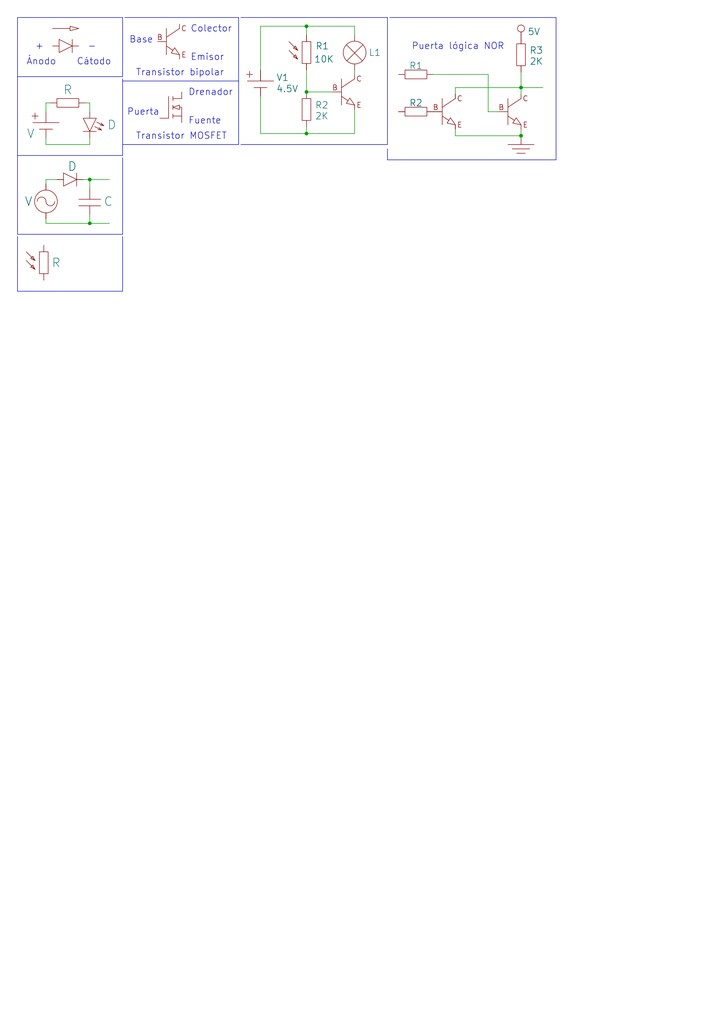
<source format=kicad_sch>
(kicad_sch (version 20230121) (generator eeschema)
  (paper "A4" portrait)
  (title_block (title "Semiconductores") (date "2021-05-21") (company "www.picuino.com") (comment 1 "Copyright (c) 2021 by Carlos Pardo") (comment 2 "License CC BY-SA 4.0"))
  (lib_symbols
    (symbol "electric-esquema-semiconductores-rescue:LDR-simbolos" (pin_names (offset 1.016))
      (property "Reference" "R" (at 1.905 -5.08 0))
      (symbol "LDR-simbolos_0_1"
        (rectangle (start -1.27 -1.905) (end 1.27 -8.255))
        (polyline (pts (xy -2.54 -6.985) (xy -5.08 -4.445)))
        (polyline (pts (xy -2.54 -4.445) (xy -5.08 -1.905)))
        (polyline (pts (xy -2.54 -6.985) (xy -3.175 -5.715) (xy -3.81 -6.35) (xy -2.54 -6.985)))
        (polyline (pts (xy -2.54 -4.445) (xy -3.175 -3.175) (xy -3.81 -3.81) (xy -2.54 -4.445)))
      )
      (symbol "LDR-simbolos_1_1"
        (pin input line (at 0 -10.16 90) (length 1.905) (name "") (number ""))
        (pin input line (at 0 0 270) (length 1.905) (name "") (number ""))
      )
    )
    (symbol "electric-esquema-semiconductores-rescue:MOSFET_N-simbolos" (pin_names (offset 1.016))
      (property "Reference" "Q" (at 6.985 3.81 0))
      (symbol "MOSFET_N-simbolos_0_1"
        (polyline (pts (xy 2.54 6.35) (xy 2.54 0)))
        (polyline (pts (xy 3.81 0) (xy 3.81 1.27)))
        (polyline (pts (xy 3.81 2.54) (xy 3.81 3.81)))
        (polyline (pts (xy 3.81 5.08) (xy 3.81 6.35)))
        (polyline (pts (xy 5.715 3.175) (xy 6.35 3.175) (xy 6.35 0.635)))
        (polyline (pts (xy 6.35 0) (xy 6.35 0.635) (xy 3.81 0.635)))
        (polyline (pts (xy 6.35 6.35) (xy 6.35 5.715) (xy 3.81 5.715)))
        (polyline (pts (xy 5.715 3.81) (xy 3.81 3.175) (xy 5.715 2.54) (xy 5.715 3.81)))
      )
      (symbol "MOSFET_N-simbolos_1_1"
        (pin input line (at 0 0 0) (length 2.54) (name "") (number ""))
        (pin input line (at 6.35 -1.27 90) (length 1.27) (name "") (number ""))
        (pin input line (at 6.35 7.62 270) (length 1.27) (name "") (number ""))
      )
    )
    (symbol "electric-esquema-semiconductores-rescue:Pila-simbolos" (pin_names (offset 1.016))
      (property "Reference" "V" (at 5.08 -4.445 0))
      (symbol "Pila-simbolos_0_1"
        (polyline (pts (xy -4.064 -1.27) (xy -2.286 -1.27)))
        (polyline (pts (xy -3.81 -3.175) (xy 3.81 -3.175)))
        (polyline (pts (xy -3.175 -0.381) (xy -3.175 -2.159)))
        (polyline (pts (xy -1.905 -5.08) (xy 1.905 -5.08)))
      )
      (symbol "Pila-simbolos_1_1"
        (pin input line (at 0 -7.62 90) (length 2.54) (name "") (number ""))
        (pin input line (at 0 0 270) (length 3.175) (name "") (number ""))
      )
    )
    (symbol "electric-esquema-semiconductores-rescue:condensador-simbolos" (pin_names (offset 1.016))
      (property "Reference" "C" (at 3.81 -4.445 0))
      (symbol "condensador-simbolos_0_1"
        (polyline (pts (xy -3.175 -3.175) (xy 3.175 -3.175)))
        (polyline (pts (xy 3.175 -5.08) (xy -3.175 -5.08)))
      )
      (symbol "condensador-simbolos_1_1"
        (pin input line (at 0 -7.62 90) (length 2.54) (name "") (number ""))
        (pin input line (at 0 0 270) (length 3.175) (name "") (number ""))
      )
    )
    (symbol "electric-esquema-semiconductores-rescue:conector-simbolos" (pin_names (offset 1.016))
      (symbol "conector-simbolos_0_1"
        (circle (center 2.54 0) (radius 1.016))
      )
      (symbol "conector-simbolos_1_1"
        (pin input line (at 0 0 0) (length 1.524) (name "") (number ""))
      )
    )
    (symbol "electric-esquema-semiconductores-rescue:current-simbolos" (pin_names (offset 1.016))
      (property "Reference" "I" (at 2.54 1.27 0))
      (symbol "current-simbolos_0_1"
        (polyline (pts (xy 0 0) (xy 5.08 0) (xy 5.08 0.635) (xy 7.62 0) (xy 5.08 -0.635) (xy 5.08 0)))
      )
    )
    (symbol "electric-esquema-semiconductores-rescue:diodo-simbolos" (pin_names (offset 1.016))
      (property "Reference" "D" (at 2.54 -3.81 0))
      (symbol "diodo-simbolos_0_1"
        (polyline (pts (xy 1.905 -5.715) (xy -1.905 -5.715)))
        (polyline (pts (xy 1.905 -1.905) (xy -1.905 -1.905) (xy 0 -5.715) (xy 1.905 -1.905)))
      )
      (symbol "diodo-simbolos_1_1"
        (pin input line (at 0 -7.62 90) (length 1.905) (name "") (number ""))
        (pin input line (at 0 0 270) (length 1.905) (name "") (number ""))
      )
    )
    (symbol "electric-esquema-semiconductores-rescue:diodo_led-simbolos" (pin_names (offset 1.016))
      (property "Reference" "D" (at 5.08 -3.81 0))
      (symbol "diodo_led-simbolos_0_1"
        (polyline (pts (xy 1.397 -4.318) (xy 3.429 -5.334)))
        (polyline (pts (xy 1.905 -5.715) (xy -1.905 -5.715)))
        (polyline (pts (xy 2.032 -3.048) (xy 4.064 -4.064)))
        (polyline (pts (xy 3.429 -5.334) (xy 2.3622 -5.1816)))
        (polyline (pts (xy 3.429 -5.334) (xy 2.667 -4.572)))
        (polyline (pts (xy 4.064 -4.064) (xy 2.9972 -3.9116)))
        (polyline (pts (xy 4.064 -4.064) (xy 3.302 -3.302)))
        (polyline (pts (xy 1.905 -1.905) (xy -1.905 -1.905) (xy 0 -5.715) (xy 1.905 -1.905)))
      )
      (symbol "diodo_led-simbolos_1_1"
        (pin input line (at 0 -7.62 90) (length 1.905) (name "") (number ""))
        (pin input line (at 0 0 270) (length 1.905) (name "") (number ""))
      )
    )
    (symbol "electric-esquema-semiconductores-rescue:generador-simbolos" (pin_names (offset 1.016))
      (property "Reference" "V" (at 4.445 -5.08 0))
      (symbol "generador-simbolos_0_0"
        (arc (start 0 -5.08) (mid -1.27 -3.8155) (end -2.54 -5.08))
        (arc (start 0 -5.08) (mid 1.27 -6.3445) (end 2.54 -5.08))
      )
      (symbol "generador-simbolos_0_1"
        (circle (center 0 -5.08) (radius 3.302))
      )
      (symbol "generador-simbolos_1_1"
        (pin input line (at 0 -10.16 90) (length 1.778) (name "") (number ""))
        (pin input line (at 0 0 270) (length 1.778) (name "") (number ""))
      )
    )
    (symbol "electric-esquema-semiconductores-rescue:lampara-simbolos" (pin_names (offset 1.016))
      (property "Reference" "L" (at 4.445 -5.08 0))
      (symbol "lampara-simbolos_0_1"
        (circle (center 0 -5.08) (radius 3.302))
        (polyline (pts (xy -2.286 -7.493) (xy 2.286 -2.921)))
        (polyline (pts (xy -2.286 -2.921) (xy 2.286 -7.493)))
      )
      (symbol "lampara-simbolos_1_1"
        (pin input line (at 0 -10.16 90) (length 1.778) (name "") (number ""))
        (pin input line (at 0 0 270) (length 1.778) (name "") (number ""))
      )
    )
    (symbol "electric-esquema-semiconductores-rescue:resistencia-simbolos" (pin_names (offset 1.016))
      (property "Reference" "R" (at 1.905 -5.08 0))
      (symbol "resistencia-simbolos_0_1"
        (rectangle (start -1.27 -1.905) (end 1.27 -8.255))
      )
      (symbol "resistencia-simbolos_1_1"
        (pin input line (at 0 -10.16 90) (length 1.905) (name "") (number ""))
        (pin input line (at 0 0 270) (length 1.905) (name "") (number ""))
      )
    )
    (symbol "electric-esquema-semiconductores-rescue:tierra-simbolos" (pin_names (offset 1.016))
      (symbol "tierra-simbolos_0_0"
        (polyline (pts (xy -3.81 -2.54) (xy 3.81 -2.54)))
        (polyline (pts (xy -2.54 -3.81) (xy 2.54 -3.81)))
        (polyline (pts (xy -1.27 -5.08) (xy 1.27 -5.08)))
      )
      (symbol "tierra-simbolos_1_1"
        (pin input line (at 0 0 270) (length 2.54) (name "") (number ""))
      )
    )
    (symbol "simbolos-electronicos:NPN" (pin_names (offset 1.016))
      (property "Reference" "Q" (at 6.985 -5.08 0))
      (symbol "NPN_0_0"
        (polyline (pts (xy 4.445 -7.62) (xy 2.54 -6.35)))
        (text "C" (at 7.62 -1.27 0) (effects (font (size 1.524 1.524))))
        (text "E" (at 7.62 -8.89 0) (effects (font (size 1.524 1.524))))
      )
      (symbol "NPN_0_1"
        (polyline (pts (xy 2.54 -3.81) (xy 6.35 -1.27)))
        (polyline (pts (xy 2.54 -1.27) (xy 2.54 -8.89)))
        (polyline (pts (xy 4.953 -6.858) (xy 3.937 -8.382) (xy 6.35 -8.89) (xy 4.953 -6.858)))
      )
      (symbol "NPN_1_0"
        (text "B" (at 0.635 -3.81 0) (effects (font (size 1.524 1.524))))
      )
      (symbol "NPN_1_1"
        (pin input line (at 0 -5.08 0) (length 2.54) (name "") (number ""))
        (pin input line (at 6.35 -10.16 90) (length 1.27) (name "") (number ""))
        (pin input line (at 6.35 0 270) (length 1.27) (name "") (number ""))
      )
    )
  )
  (junction (at 88.9 26.67))
  (junction (at 26.035 52.07))
  (junction (at 88.9 38.735))
  (junction (at 151.13 39.37))
  (junction (at 151.13 25.4))
  (junction (at 26.035 64.77))
  (junction (at 88.9 7.62))
  (polyline (pts (xy 35.56 41.91) (xy 69.215 41.91)))
  (wire (pts (xy 132.08 37.465) (xy 132.08 39.37)))
  (polyline (pts (xy 35.56 84.455) (xy 35.56 68.58)))
  (wire (pts (xy 13.335 29.845) (xy 14.605 29.845)))
  (wire (pts (xy 13.335 32.385) (xy 13.335 29.845)))
  (wire (pts (xy 13.335 64.77) (xy 26.035 64.77)))
  (wire (pts (xy 13.335 52.07) (xy 13.335 53.34)))
  (polyline (pts (xy 35.56 45.72) (xy 35.56 67.945)))
  (polyline (pts (xy 5.08 84.455) (xy 5.08 68.58)))
  (wire (pts (xy 75.565 20.32) (xy 75.565 7.62)))
  (polyline (pts (xy 35.56 22.86) (xy 35.56 45.085)))
  (wire (pts (xy 141.605 32.385) (xy 141.605 21.59)))
  (wire (pts (xy 13.335 40.005) (xy 13.335 41.91)))
  (polyline (pts (xy 35.56 45.085) (xy 5.08 45.085)))
  (wire (pts (xy 88.9 20.32) (xy 88.9 26.67)))
  (polyline (pts (xy 112.395 5.08) (xy 112.395 41.91)))
  (wire (pts (xy 102.87 38.735) (xy 88.9 38.735)))
  (wire (pts (xy 26.035 64.77) (xy 26.035 62.23)))
  (wire (pts (xy 75.565 27.94) (xy 75.565 38.735)))
  (wire (pts (xy 151.13 25.4) (xy 157.48 25.4)))
  (wire (pts (xy 144.78 32.385) (xy 141.605 32.385)))
  (wire (pts (xy 26.035 29.845) (xy 26.035 32.385)))
  (wire (pts (xy 132.08 25.4) (xy 151.13 25.4)))
  (wire (pts (xy 88.9 38.735) (xy 88.9 36.83)))
  (wire (pts (xy 13.335 63.5) (xy 13.335 64.77)))
  (wire (pts (xy 75.565 7.62) (xy 88.9 7.62)))
  (wire (pts (xy 26.035 52.07) (xy 24.13 52.07)))
  (polyline (pts (xy 112.395 41.91) (xy 69.85 41.91)))
  (wire (pts (xy 88.9 38.735) (xy 75.565 38.735)))
  (polyline (pts (xy 112.395 43.18) (xy 112.395 46.355)))
  (wire (pts (xy 141.605 21.59) (xy 125.73 21.59)))
  (wire (pts (xy 132.08 27.305) (xy 132.08 25.4)))
  (wire (pts (xy 24.765 29.845) (xy 26.035 29.845)))
  (polyline (pts (xy 35.56 67.945) (xy 5.08 67.945)))
  (polyline (pts (xy 5.08 22.225) (xy 35.56 22.225)))
  (polyline (pts (xy 36.195 5.08) (xy 69.215 5.08)))
  (wire (pts (xy 26.035 52.07) (xy 26.035 54.61)))
  (wire (pts (xy 132.08 39.37) (xy 151.13 39.37)))
  (polyline (pts (xy 161.29 5.08) (xy 161.29 46.355)))
  (polyline (pts (xy 69.215 5.08) (xy 69.215 41.91)))
  (wire (pts (xy 102.87 7.62) (xy 102.87 10.16)))
  (wire (pts (xy 88.9 7.62) (xy 102.87 7.62)))
  (wire (pts (xy 26.035 52.07) (xy 31.75 52.07)))
  (wire (pts (xy 151.13 25.4) (xy 151.13 20.955)))
  (wire (pts (xy 26.035 64.77) (xy 31.75 64.77)))
  (polyline (pts (xy 35.56 84.455) (xy 5.08 84.455)))
  (wire (pts (xy 151.13 39.37) (xy 151.13 37.465)))
  (polyline (pts (xy 35.56 23.495) (xy 69.215 23.495)))
  (polyline (pts (xy 113.03 5.08) (xy 161.29 5.08)))
  (wire (pts (xy 26.035 41.91) (xy 26.035 40.005)))
  (polyline (pts (xy 35.56 22.225) (xy 35.56 5.08)))
  (wire (pts (xy 88.9 26.67) (xy 96.52 26.67)))
  (wire (pts (xy 88.9 7.62) (xy 88.9 10.16)))
  (wire (pts (xy 13.335 41.91) (xy 26.035 41.91)))
  (polyline (pts (xy 69.85 5.08) (xy 112.395 5.08)))
  (wire (pts (xy 151.13 27.305) (xy 151.13 25.4)))
  (polyline (pts (xy 161.29 46.355) (xy 112.395 46.355)))
  (wire (pts (xy 13.335 52.07) (xy 16.51 52.07)))
  (polyline (pts (xy 5.08 5.08) (xy 5.08 67.945)))
  (wire (pts (xy 102.87 31.75) (xy 102.87 38.735)))
  (polyline (pts (xy 5.08 5.08) (xy 35.56 5.08)))
  (wire (pts (xy 102.87 20.32) (xy 102.87 21.59)))
  (text "Puerta lógica NOR" (at 119.38 14.605 0) (effects (font (size 1.905 1.905)) (justify left bottom)))
  (text "Transistor MOSFET" (at 39.37 40.64 0) (effects (font (size 1.905 1.905)) (justify left bottom)))
  (text "IMPRIMIR CON ANCHO DE LINEA EN 12MILS Y LOS COMPONENTES EN 12MILS" (at 64.77 -3.81 0) (effects (font (size 1.27 1.27)) (justify left bottom)))
  (text "Cátodo" (at 22.225 19.05 0) (effects (font (size 1.905 1.905)) (justify left bottom)))
  (text "Fuente" (at 54.61 36.195 0) (effects (font (size 1.905 1.905)) (justify left bottom)))
  (text "+" (at 10.16 14.605 0) (effects (font (size 1.905 1.905)) (justify left bottom)))
  (text "Colector" (at 55.245 9.525 0) (effects (font (size 1.905 1.905)) (justify left bottom)))
  (text "Transistor bipolar" (at 39.37 22.225 0) (effects (font (size 1.905 1.905)) (justify left bottom)))
  (text "Ánodo" (at 7.62 19.05 0) (effects (font (size 1.905 1.905)) (justify left bottom)))
  (text "Emisor" (at 55.245 17.78 0) (effects (font (size 1.905 1.905)) (justify left bottom)))
  (text "Drenador" (at 54.61 27.94 0) (effects (font (size 1.905 1.905)) (justify left bottom)))
  (text "-" (at 25.4 14.605 0) (effects (font (size 1.905 1.905)) (justify left bottom)))
  (text "Puerta" (at 36.83 33.655 0) (effects (font (size 1.905 1.905)) (justify left bottom)))
  (text "Base" (at 37.465 12.7 0) (effects (font (size 1.905 1.905)) (justify left bottom)))
  (symbol (lib_id "electric-esquema-semiconductores-rescue:diodo-simbolos") (at 15.24 13.335 90) (unit 1)
    (property "Reference" "D1" (effects hide))
    (property "Value" "diodo" (effects hide))
  )
  (symbol (lib_id "electric-esquema-semiconductores-rescue:current-simbolos") (at 15.24 8.255 0) (unit 1)
    (property "Reference" "I" (effects hide))
    (property "Value" "current" (effects hide))
  )
  (symbol (lib_id "electric-esquema-semiconductores-rescue:diodo_led-simbolos") (at 26.035 32.385 0) (unit 1)
    (property "Reference" "D" (at 30.9372 36.195 0) (effects (font (size 2.54 2.54)) (justify left)))
    (property "Value" "diodo_led" (effects hide))
  )
  (symbol (lib_id "electric-esquema-semiconductores-rescue:resistencia-simbolos") (at 24.765 29.845 270) (unit 1)
    (property "Reference" "R" (at 19.685 26.035 90) (effects (font (size 2.54 2.54))))
    (property "Value" "resistencia" (effects hide))
  )
  (symbol (lib_id "electric-esquema-semiconductores-rescue:Pila-simbolos") (at 13.335 32.385 0) (unit 1)
    (property "Reference" "V" (at 7.62 38.735 0) (effects (font (size 2.54 2.54)) (justify left)))
    (property "Value" "Pila" (effects hide))
  )
  (symbol (lib_id "electric-esquema-semiconductores-rescue:LDR-simbolos") (at 88.9 10.16 0) (unit 1)
    (property "Reference" "R1" (at 91.44 13.335 0) (effects (font (size 1.905 1.905)) (justify left)))
    (property "Value" "10K" (at 93.98 17.145 0) (effects (font (size 1.905 1.905))))
  )
  (symbol (lib_id "electric-esquema-semiconductores-rescue:resistencia-simbolos") (at 88.9 36.83 180) (unit 1)
    (property "Reference" "R2" (at 93.345 30.48 0) (effects (font (size 1.905 1.905))))
    (property "Value" "2K" (at 93.345 33.655 0) (effects (font (size 1.905 1.905))))
  )
  (symbol (lib_id "electric-esquema-semiconductores-rescue:lampara-simbolos") (at 102.87 10.16 0) (unit 1)
    (property "Reference" "L1" (at 106.8832 15.24 0) (effects (font (size 1.905 1.905)) (justify left)))
    (property "Value" "lampara" (effects hide))
  )
  (symbol (lib_id "electric-esquema-semiconductores-rescue:Pila-simbolos") (at 75.565 20.32 0) (unit 1)
    (property "Reference" "V1" (at 80.0862 22.479 0) (effects (font (size 1.905 1.905)) (justify left)))
    (property "Value" "4.5V" (at 80.0862 25.7556 0) (effects (font (size 1.905 1.905)) (justify left)))
  )
  (symbol (lib_id "electric-esquema-semiconductores-rescue:generador-simbolos") (at 13.335 53.34 0) (unit 1)
    (property "Reference" "V" (at 6.985 58.42 0) (effects (font (size 2.54 2.54)) (justify left)))
    (property "Value" "generador" (effects hide))
  )
  (symbol (lib_id "electric-esquema-semiconductores-rescue:diodo-simbolos") (at 16.51 52.07 90) (unit 1)
    (property "Reference" "D" (at 20.955 48.26 90) (effects (font (size 2.54 2.54))))
    (property "Value" "diodo" (effects hide))
  )
  (symbol (lib_id "electric-esquema-semiconductores-rescue:condensador-simbolos") (at 26.035 54.61 0) (unit 1)
    (property "Reference" "C" (at 29.9212 58.42 0) (effects (font (size 2.54 2.54)) (justify left)))
    (property "Value" "condensador" (effects hide))
  )
  (symbol (lib_id "electric-esquema-semiconductores-rescue:resistencia-simbolos") (at 151.13 20.955 180) (unit 1)
    (property "Reference" "R3" (at 155.575 14.605 0) (effects (font (size 1.905 1.905))))
    (property "Value" "2K" (at 155.575 17.78 0) (effects (font (size 1.905 1.905))))
  )
  (symbol (lib_id "electric-esquema-semiconductores-rescue:conector-simbolos") (at 151.13 10.795 90) (unit 1)
    (property "Reference" "o?" (effects hide))
    (property "Value" "5V" (at 152.9842 9.1948 90) (effects (font (size 1.905 1.905)) (justify right)))
  )
  (symbol (lib_id "electric-esquema-semiconductores-rescue:tierra-simbolos") (at 151.13 39.37 0) (unit 1)
    (property "Reference" "V?" (effects hide))
    (property "Value" "tierra" (effects hide))
  )
  (symbol (lib_id "electric-esquema-semiconductores-rescue:resistencia-simbolos") (at 115.57 21.59 90) (unit 1)
    (property "Reference" "R1" (at 120.65 19.05 90) (effects (font (size 1.905 1.905))))
    (property "Value" "2K" (effects hide))
  )
  (symbol (lib_id "electric-esquema-semiconductores-rescue:resistencia-simbolos") (at 115.57 32.385 90) (unit 1)
    (property "Reference" "R2" (at 120.65 29.845 90) (effects (font (size 1.905 1.905))))
    (property "Value" "2K" (effects hide))
  )
  (symbol (lib_id "electric-esquema-semiconductores-rescue:MOSFET_N-simbolos") (at 46.355 34.29 0) (unit 1)
    (property "Reference" "Q?" (effects hide))
    (property "Value" "MOSFET_N" (effects hide))
  )
  (symbol (lib_id "electric-esquema-semiconductores-rescue:LDR-simbolos") (at 12.7 71.12 0) (unit 1)
    (property "Reference" "R" (at 14.8082 76.2 0) (effects (font (size 2.54 2.54)) (justify left)))
    (property "Value" "LDR" (effects hide))
  )
  (symbol (lib_id "simbolos-electronicos:NPN") (at 125.73 27.305 0) (unit 1)
    (property "Reference" "Q2" (effects hide))
    (property "Value" "NPN" (effects hide))
    (property "Campo4" "NPN" (effects hide))
  )
  (symbol (lib_id "simbolos-electronicos:NPN") (at 144.78 27.305 0) (unit 1)
    (property "Reference" "Q4" (effects hide))
    (property "Value" "NPN" (effects hide))
    (property "Campo4" "NPN" (effects hide))
  )
  (symbol (lib_id "simbolos-electronicos:NPN") (at 96.52 21.59 0) (unit 1)
    (property "Reference" "Q1" (effects hide))
    (property "Value" "NPN" (effects hide))
    (property "Campo4" "NPN" (effects hide))
  )
  (symbol (lib_id "simbolos-electronicos:NPN") (at 45.72 6.985 0) (unit 1)
    (property "Reference" "Q3" (effects hide))
    (property "Value" "NPN" (effects hide))
    (property "Campo4" "NPN" (effects hide))
  )
)
</source>
